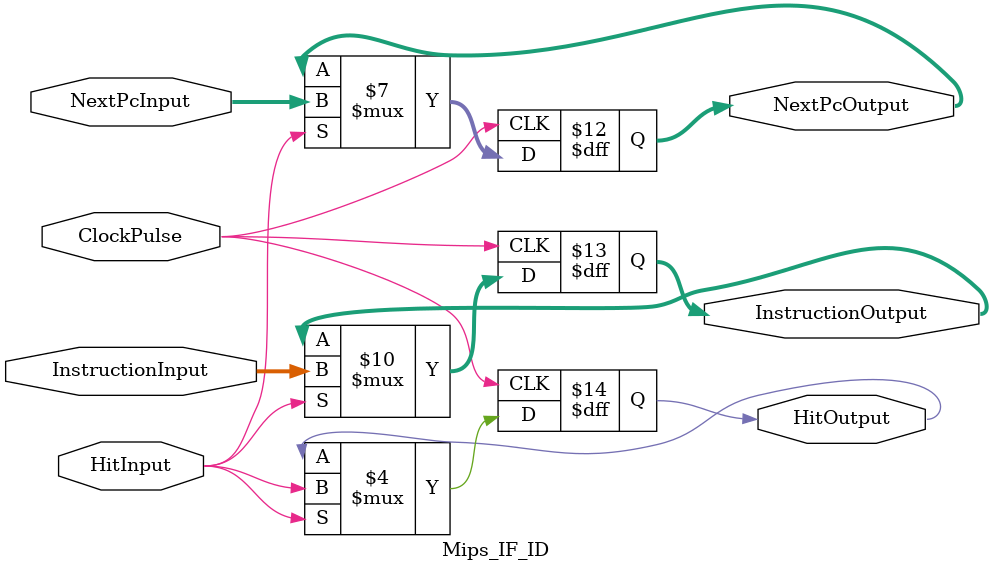
<source format=v>
`timescale 1ns / 1ps

module Mips_IF_ID(ClockPulse , NextPcInput , InstructionInput , HitInput,NextPcOutput, InstructionOutput , HitOutput);


	// Acording To Project Documentation: 
		
	input 	[31:0] InstructionInput;
	input 	HitInput;
	input 	ClockPulse;
	input 	[31:0] NextPcInput;
	
	output	reg [31:0] NextPcOutput;
	output  	reg [31:0] InstructionOutput;
	output   reg HitOutput;
	
	initial
	begin
		InstructionOutput = 32'bx;
	end
	
	always @(negedge ClockPulse ) // 1 -> 0
	begin
		if(HitInput)
			begin
				InstructionOutput = InstructionInput;
				NextPcOutput = NextPcInput;
				HitOutput = HitInput;
			
			end
	
	end


endmodule


</source>
